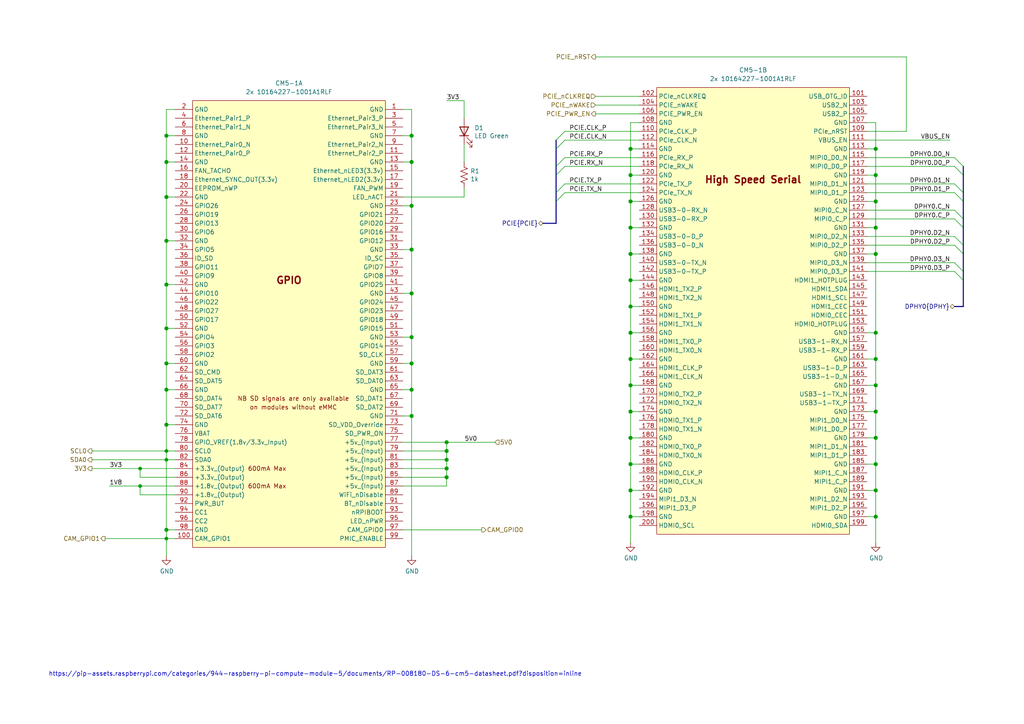
<source format=kicad_sch>
(kicad_sch (version 20250114) (generator "eeschema") (generator_version "9.0")
  (paper "A4")
  (lib_symbols
    (symbol "library:CM5"
      (property "Reference" "CM5-" (at 0 69.85 0))
      (property "Value" "2x 10164227-1001A1RLF" (at 0 67.31 0))
      (symbol "CM5_1_1"
        (rectangle (start -27.94 64.77) (end 27.94 -64.77) (fill (type color) (color 255 255 194 1)))
        (text "600mA Max" (at -6.35 -41.91 0) (effects (font (size 1.27 1.27))))
        (text "600mA Max" (at -6.35 -46.99 0) (effects (font (size 1.27 1.27))))
        (text "GPIO" (at 0 12.7 0) (effects (font (size 2.032 2.032) (thickness 0.4064) (bold yes))))
        (text "NB SD signals are only available" (at 1.27 -21.59 0) (effects (font (size 1.27 1.27))))
        (text "on modules without eMMC" (at 1.27 -24.13 0) (effects (font (size 1.27 1.27))))
        (pin power_in line (at -33.02 62.23 0) (length 5.08) (name "GND") (number "2"))
        (pin passive line (at -33.02 59.69 0) (length 5.08) (name "Ethernet_Pair1_P") (number "4"))
        (pin passive line (at -33.02 57.15 0) (length 5.08) (name "Ethernet_Pair1_N") (number "6"))
        (pin power_in line (at -33.02 54.61 0) (length 5.08) (name "GND") (number "8"))
        (pin passive line (at -33.02 52.07 0) (length 5.08) (name "Ethernet_Pair0_N") (number "10"))
        (pin passive line (at -33.02 49.53 0) (length 5.08) (name "Ethernet_Pair0_P") (number "12"))
        (pin power_in line (at -33.02 46.99 0) (length 5.08) (name "GND") (number "14"))
        (pin input line (at -33.02 44.45 0) (length 5.08) (name "FAN_TACHO") (number "16"))
        (pin input line (at -33.02 41.91 0) (length 5.08) (name "Ethernet_SYNC_OUT(3.3v)") (number "18"))
        (pin passive line (at -33.02 39.37 0) (length 5.08) (name "EEPROM_nWP") (number "20"))
        (pin power_in line (at -33.02 36.83 0) (length 5.08) (name "GND") (number "22"))
        (pin passive line (at -33.02 34.29 0) (length 5.08) (name "GPIO26") (number "24"))
        (pin passive line (at -33.02 31.75 0) (length 5.08) (name "GPIO19") (number "26"))
        (pin passive line (at -33.02 29.21 0) (length 5.08) (name "GPIO13") (number "28"))
        (pin passive line (at -33.02 26.67 0) (length 5.08) (name "GPIO6") (number "30"))
        (pin power_in line (at -33.02 24.13 0) (length 5.08) (name "GND") (number "32"))
        (pin passive line (at -33.02 21.59 0) (length 5.08) (name "GPIO5") (number "34"))
        (pin passive line (at -33.02 19.05 0) (length 5.08) (name "ID_SD") (number "36"))
        (pin passive line (at -33.02 16.51 0) (length 5.08) (name "GPIO11") (number "38"))
        (pin passive line (at -33.02 13.97 0) (length 5.08) (name "GPIO9") (number "40"))
        (pin power_in line (at -33.02 11.43 0) (length 5.08) (name "GND") (number "42"))
        (pin passive line (at -33.02 8.89 0) (length 5.08) (name "GPIO10") (number "44"))
        (pin passive line (at -33.02 6.35 0) (length 5.08) (name "GPIO22") (number "46"))
        (pin passive line (at -33.02 3.81 0) (length 5.08) (name "GPIO27") (number "48"))
        (pin passive line (at -33.02 1.27 0) (length 5.08) (name "GPIO17") (number "50"))
        (pin power_in line (at -33.02 -1.27 0) (length 5.08) (name "GND") (number "52"))
        (pin passive line (at -33.02 -3.81 0) (length 5.08) (name "GPIO4") (number "54"))
        (pin passive line (at -33.02 -6.35 0) (length 5.08) (name "GPIO3") (number "56"))
        (pin passive line (at -33.02 -8.89 0) (length 5.08) (name "GPIO2") (number "58"))
        (pin power_in line (at -33.02 -11.43 0) (length 5.08) (name "GND") (number "60"))
        (pin passive line (at -33.02 -13.97 0) (length 5.08) (name "SD_CMD") (number "62"))
        (pin passive line (at -33.02 -16.51 0) (length 5.08) (name "SD_DAT5") (number "64"))
        (pin power_in line (at -33.02 -19.05 0) (length 5.08) (name "GND") (number "66"))
        (pin passive line (at -33.02 -21.59 0) (length 5.08) (name "SD_DAT4") (number "68"))
        (pin passive line (at -33.02 -24.13 0) (length 5.08) (name "SD_DAT7") (number "70"))
        (pin passive line (at -33.02 -26.67 0) (length 5.08) (name "SD_DAT6") (number "72"))
        (pin power_in line (at -33.02 -29.21 0) (length 5.08) (name "GND") (number "74"))
        (pin passive line (at -33.02 -31.75 0) (length 5.08) (name "VBAT") (number "76"))
        (pin power_in line (at -33.02 -34.29 0) (length 5.08) (name "GPIO_VREF(1.8v/3.3v_Input)") (number "78"))
        (pin passive line (at -33.02 -36.83 0) (length 5.08) (name "SCL0") (number "80"))
        (pin passive line (at -33.02 -39.37 0) (length 5.08) (name "SDA0") (number "82"))
        (pin power_out line (at -33.02 -41.91 0) (length 5.08) (name "+3.3v_(Output)") (number "84"))
        (pin passive line (at -33.02 -44.45 0) (length 5.08) (name "+3.3v_(Output)") (number "86"))
        (pin power_out line (at -33.02 -46.99 0) (length 5.08) (name "+1.8v_(Output)") (number "88"))
        (pin passive line (at -33.02 -49.53 0) (length 5.08) (name "+1.8v_(Output)") (number "90"))
        (pin passive line (at -33.02 -52.07 0) (length 5.08) (name "PWR_BUT") (number "92"))
        (pin passive line (at -33.02 -54.61 0) (length 5.08) (name "CC1") (number "94"))
        (pin passive line (at -33.02 -57.15 0) (length 5.08) (name "CC2") (number "96"))
        (pin power_in line (at -33.02 -59.69 0) (length 5.08) (name "GND") (number "98"))
        (pin passive line (at -33.02 -62.23 0) (length 5.08) (name "CAM_GPIO1") (number "100"))
        (pin power_in line (at 33.02 62.23 180) (length 5.08) (name "GND") (number "1"))
        (pin passive line (at 33.02 59.69 180) (length 5.08) (name "Ethernet_Pair3_P") (number "3"))
        (pin passive line (at 33.02 57.15 180) (length 5.08) (name "Ethernet_Pair3_N") (number "5"))
        (pin power_in line (at 33.02 54.61 180) (length 5.08) (name "GND") (number "7"))
        (pin passive line (at 33.02 52.07 180) (length 5.08) (name "Ethernet_Pair2_N") (number "9"))
        (pin passive line (at 33.02 49.53 180) (length 5.08) (name "Ethernet_Pair2_P") (number "11"))
        (pin power_in line (at 33.02 46.99 180) (length 5.08) (name "GND") (number "13"))
        (pin output line (at 33.02 44.45 180) (length 5.08) (name "Ethernet_nLED3(3.3v)") (number "15"))
        (pin output line (at 33.02 41.91 180) (length 5.08) (name "Ethernet_nLED2(3.3v)") (number "17"))
        (pin output line (at 33.02 39.37 180) (length 5.08) (name "FAN_PWM") (number "19"))
        (pin open_collector line (at 33.02 36.83 180) (length 5.08) (name "LED_nACT") (number "21"))
        (pin power_in line (at 33.02 34.29 180) (length 5.08) (name "GND") (number "23"))
        (pin passive line (at 33.02 31.75 180) (length 5.08) (name "GPIO21") (number "25"))
        (pin passive line (at 33.02 29.21 180) (length 5.08) (name "GPIO20") (number "27"))
        (pin passive line (at 33.02 26.67 180) (length 5.08) (name "GPIO16") (number "29"))
        (pin passive line (at 33.02 24.13 180) (length 5.08) (name "GPIO12") (number "31"))
        (pin power_in line (at 33.02 21.59 180) (length 5.08) (name "GND") (number "33"))
        (pin passive line (at 33.02 19.05 180) (length 5.08) (name "ID_SC") (number "35"))
        (pin passive line (at 33.02 16.51 180) (length 5.08) (name "GPIO7") (number "37"))
        (pin passive line (at 33.02 13.97 180) (length 5.08) (name "GPIO8") (number "39"))
        (pin passive line (at 33.02 11.43 180) (length 5.08) (name "GPIO25") (number "41"))
        (pin power_in line (at 33.02 8.89 180) (length 5.08) (name "GND") (number "43"))
        (pin passive line (at 33.02 6.35 180) (length 5.08) (name "GPIO24") (number "45"))
        (pin passive line (at 33.02 3.81 180) (length 5.08) (name "GPIO23") (number "47"))
        (pin passive line (at 33.02 1.27 180) (length 5.08) (name "GPIO18") (number "49"))
        (pin passive line (at 33.02 -1.27 180) (length 5.08) (name "GPIO15") (number "51"))
        (pin power_in line (at 33.02 -3.81 180) (length 5.08) (name "GND") (number "53"))
        (pin passive line (at 33.02 -6.35 180) (length 5.08) (name "GPIO14") (number "55"))
        (pin passive line (at 33.02 -8.89 180) (length 5.08) (name "SD_CLK") (number "57"))
        (pin power_in line (at 33.02 -11.43 180) (length 5.08) (name "GND") (number "59"))
        (pin passive line (at 33.02 -13.97 180) (length 5.08) (name "SD_DAT3") (number "61"))
        (pin passive line (at 33.02 -16.51 180) (length 5.08) (name "SD_DAT0") (number "63"))
        (pin power_in line (at 33.02 -19.05 180) (length 5.08) (name "GND") (number "65"))
        (pin passive line (at 33.02 -21.59 180) (length 5.08) (name "SD_DAT1") (number "67"))
        (pin passive line (at 33.02 -24.13 180) (length 5.08) (name "SD_DAT2") (number "69"))
        (pin power_in line (at 33.02 -26.67 180) (length 5.08) (name "GND") (number "71"))
        (pin input line (at 33.02 -29.21 180) (length 5.08) (name "SD_VDD_Override") (number "73"))
        (pin output line (at 33.02 -31.75 180) (length 5.08) (name "SD_PWR_ON") (number "75"))
        (pin power_in line (at 33.02 -34.29 180) (length 5.08) (name "+5v_(Input)") (number "77"))
        (pin power_in line (at 33.02 -36.83 180) (length 5.08) (name "+5v_(Input)") (number "79"))
        (pin power_in line (at 33.02 -39.37 180) (length 5.08) (name "+5v_(Input)") (number "81"))
        (pin power_in line (at 33.02 -41.91 180) (length 5.08) (name "+5v_(Input)") (number "83"))
        (pin power_in line (at 33.02 -44.45 180) (length 5.08) (name "+5v_(Input)") (number "85"))
        (pin power_in line (at 33.02 -46.99 180) (length 5.08) (name "+5v_(Input)") (number "87"))
        (pin input line (at 33.02 -49.53 180) (length 5.08) (name "WiFi_nDisable") (number "89"))
        (pin input line (at 33.02 -52.07 180) (length 5.08) (name "BT_nDisable") (number "91"))
        (pin input line (at 33.02 -54.61 180) (length 5.08) (name "nRPIBOOT") (number "93"))
        (pin output line (at 33.02 -57.15 180) (length 5.08) (name "LED_nPWR") (number "95"))
        (pin passive line (at 33.02 -59.69 180) (length 5.08) (name "CAM_GPIO0") (number "97"))
        (pin input line (at 33.02 -62.23 180) (length 5.08) (name "PMIC_ENABLE") (number "99"))
      )
      (symbol "CM5_2_1"
        (rectangle (start -27.94 64.77) (end 27.94 -64.77) (fill (type color) (color 255 255 194 1)))
        (text "High Speed Serial" (at 0 38.1 0) (effects (font (size 2.032 2.032) (thickness 0.4064) (bold yes))))
        (pin input line (at -33.02 62.23 0) (length 5.08) (name "PCIe_nCLKREQ") (number "102"))
        (pin input line (at -33.02 59.69 0) (length 5.08) (name "PCIE_nWAKE") (number "104"))
        (pin output line (at -33.02 57.15 0) (length 5.08) (name "PCIE_PWR_EN") (number "106"))
        (pin power_in line (at -33.02 54.61 0) (length 5.08) (name "GND") (number "108"))
        (pin output line (at -33.02 52.07 0) (length 5.08) (name "PCIe_CLK_P") (number "110"))
        (pin output line (at -33.02 49.53 0) (length 5.08) (name "PCIe_CLK_N") (number "112"))
        (pin power_in line (at -33.02 46.99 0) (length 5.08) (name "GND") (number "114"))
        (pin input line (at -33.02 44.45 0) (length 5.08) (name "PCIe_RX_P") (number "116"))
        (pin input line (at -33.02 41.91 0) (length 5.08) (name "PCIe_RX_N") (number "118"))
        (pin power_in line (at -33.02 39.37 0) (length 5.08) (name "GND") (number "120"))
        (pin output line (at -33.02 36.83 0) (length 5.08) (name "PCIe_TX_P") (number "122"))
        (pin output line (at -33.02 34.29 0) (length 5.08) (name "PCIe_TX_N") (number "124"))
        (pin power_in line (at -33.02 31.75 0) (length 5.08) (name "GND") (number "126"))
        (pin input line (at -33.02 29.21 0) (length 5.08) (name "USB3-0-RX_N") (number "128"))
        (pin input line (at -33.02 26.67 0) (length 5.08) (name "USB3-0-RX_P") (number "130"))
        (pin power_in line (at -33.02 24.13 0) (length 5.08) (name "GND") (number "132"))
        (pin passive line (at -33.02 21.59 0) (length 5.08) (name "USB3-0-D_P") (number "134"))
        (pin passive line (at -33.02 19.05 0) (length 5.08) (name "USB3-0-D_N") (number "136"))
        (pin power_in line (at -33.02 16.51 0) (length 5.08) (name "GND") (number "138"))
        (pin output line (at -33.02 13.97 0) (length 5.08) (name "USB3-0-TX_N") (number "140"))
        (pin output line (at -33.02 11.43 0) (length 5.08) (name "USB3-0-TX_P") (number "142"))
        (pin power_in line (at -33.02 8.89 0) (length 5.08) (name "GND") (number "144"))
        (pin output line (at -33.02 6.35 0) (length 5.08) (name "HDMI1_TX2_P") (number "146"))
        (pin output line (at -33.02 3.81 0) (length 5.08) (name "HDMI1_TX2_N") (number "148"))
        (pin power_in line (at -33.02 1.27 0) (length 5.08) (name "GND") (number "150"))
        (pin output line (at -33.02 -1.27 0) (length 5.08) (name "HDMI1_TX1_P") (number "152"))
        (pin output line (at -33.02 -3.81 0) (length 5.08) (name "HDMI1_TX1_N") (number "154"))
        (pin power_in line (at -33.02 -6.35 0) (length 5.08) (name "GND") (number "156"))
        (pin output line (at -33.02 -8.89 0) (length 5.08) (name "HDMI1_TX0_P") (number "158"))
        (pin output line (at -33.02 -11.43 0) (length 5.08) (name "HDMI1_TX0_N") (number "160"))
        (pin power_in line (at -33.02 -13.97 0) (length 5.08) (name "GND") (number "162"))
        (pin output line (at -33.02 -16.51 0) (length 5.08) (name "HDMI1_CLK_P") (number "164"))
        (pin output line (at -33.02 -19.05 0) (length 5.08) (name "HDMI1_CLK_N") (number "166"))
        (pin power_in line (at -33.02 -21.59 0) (length 5.08) (name "GND") (number "168"))
        (pin output line (at -33.02 -24.13 0) (length 5.08) (name "HDMI0_TX2_P") (number "170"))
        (pin output line (at -33.02 -26.67 0) (length 5.08) (name "HDMI0_TX2_N") (number "172"))
        (pin power_in line (at -33.02 -29.21 0) (length 5.08) (name "GND") (number "174"))
        (pin output line (at -33.02 -31.75 0) (length 5.08) (name "HDMI0_TX1_P") (number "176"))
        (pin output line (at -33.02 -34.29 0) (length 5.08) (name "HDMI0_TX1_N") (number "178"))
        (pin power_in line (at -33.02 -36.83 0) (length 5.08) (name "GND") (number "180"))
        (pin output line (at -33.02 -39.37 0) (length 5.08) (name "HDMI0_TX0_P") (number "182"))
        (pin output line (at -33.02 -41.91 0) (length 5.08) (name "HDMI0_TX0_N") (number "184"))
        (pin power_in line (at -33.02 -44.45 0) (length 5.08) (name "GND") (number "186"))
        (pin output line (at -33.02 -46.99 0) (length 5.08) (name "HDMI0_CLK_P") (number "188"))
        (pin output line (at -33.02 -49.53 0) (length 5.08) (name "HDMI0_CLK_N") (number "190"))
        (pin power_in line (at -33.02 -52.07 0) (length 5.08) (name "GND") (number "192"))
        (pin output line (at -33.02 -54.61 0) (length 5.08) (name "MIPI1_D3_N") (number "194"))
        (pin output line (at -33.02 -57.15 0) (length 5.08) (name "MIPI1_D3_P") (number "196"))
        (pin power_in line (at -33.02 -59.69 0) (length 5.08) (name "GND") (number "198"))
        (pin open_collector line (at -33.02 -62.23 0) (length 5.08) (name "HDMI0_SCL") (number "200"))
        (pin input line (at 33.02 62.23 180) (length 5.08) (name "USB_OTG_ID") (number "101"))
        (pin passive line (at 33.02 59.69 180) (length 5.08) (name "USB2_N") (number "103"))
        (pin passive line (at 33.02 57.15 180) (length 5.08) (name "USB2_P") (number "105"))
        (pin power_in line (at 33.02 54.61 180) (length 5.08) (name "GND") (number "107"))
        (pin output line (at 33.02 52.07 180) (length 5.08) (name "PCIe_nRST") (number "109"))
        (pin output line (at 33.02 49.53 180) (length 5.08) (name "VBUS_EN") (number "111"))
        (pin power_in line (at 33.02 46.99 180) (length 5.08) (name "GND") (number "113"))
        (pin input line (at 33.02 44.45 180) (length 5.08) (name "MIPI0_D0_N") (number "115"))
        (pin input line (at 33.02 41.91 180) (length 5.08) (name "MIPI0_D0_P") (number "117"))
        (pin power_in line (at 33.02 39.37 180) (length 5.08) (name "GND") (number "119"))
        (pin input line (at 33.02 36.83 180) (length 5.08) (name "MIPI0_D1_N") (number "121"))
        (pin input line (at 33.02 34.29 180) (length 5.08) (name "MIPI0_D1_P") (number "123"))
        (pin power_in line (at 33.02 31.75 180) (length 5.08) (name "GND") (number "125"))
        (pin input line (at 33.02 29.21 180) (length 5.08) (name "MIPI0_C_N") (number "127"))
        (pin input line (at 33.02 26.67 180) (length 5.08) (name "MIPI0_C_P") (number "129"))
        (pin power_in line (at 33.02 24.13 180) (length 5.08) (name "GND") (number "131"))
        (pin input line (at 33.02 21.59 180) (length 5.08) (name "MIPI0_D2_N") (number "133"))
        (pin input line (at 33.02 19.05 180) (length 5.08) (name "MIPI0_D2_P") (number "135"))
        (pin power_in line (at 33.02 16.51 180) (length 5.08) (name "GND") (number "137"))
        (pin input line (at 33.02 13.97 180) (length 5.08) (name "MIPI0_D3_N") (number "139"))
        (pin input line (at 33.02 11.43 180) (length 5.08) (name "MIPI0_D3_P") (number "141"))
        (pin input line (at 33.02 8.89 180) (length 5.08) (name "HDMI1_HOTPLUG") (number "143"))
        (pin bidirectional line (at 33.02 6.35 180) (length 5.08) (name "HDMI1_SDA") (number "145"))
        (pin open_collector line (at 33.02 3.81 180) (length 5.08) (name "HDMI1_SCL") (number "147"))
        (pin open_collector line (at 33.02 1.27 180) (length 5.08) (name "HDMI1_CEC") (number "149"))
        (pin open_collector line (at 33.02 -1.27 180) (length 5.08) (name "HDMI0_CEC") (number "151"))
        (pin input line (at 33.02 -3.81 180) (length 5.08) (name "HDMI0_HOTPLUG") (number "153"))
        (pin power_in line (at 33.02 -6.35 180) (length 5.08) (name "GND") (number "155"))
        (pin input line (at 33.02 -8.89 180) (length 5.08) (name "USB3-1-RX_N") (number "157"))
        (pin input line (at 33.02 -11.43 180) (length 5.08) (name "USB3-1-RX_P") (number "159"))
        (pin power_in line (at 33.02 -13.97 180) (length 5.08) (name "GND") (number "161"))
        (pin passive line (at 33.02 -16.51 180) (length 5.08) (name "USB3-1-D_P") (number "163"))
        (pin passive line (at 33.02 -19.05 180) (length 5.08) (name "USB3-1-D_N") (number "165"))
        (pin power_in line (at 33.02 -21.59 180) (length 5.08) (name "GND") (number "167"))
        (pin output line (at 33.02 -24.13 180) (length 5.08) (name "USB3-1-TX_N") (number "169"))
        (pin output line (at 33.02 -26.67 180) (length 5.08) (name "USB3-1-TX_P") (number "171"))
        (pin power_in line (at 33.02 -29.21 180) (length 5.08) (name "GND") (number "173"))
        (pin output line (at 33.02 -31.75 180) (length 5.08) (name "MIPI1_D0_N") (number "175"))
        (pin output line (at 33.02 -34.29 180) (length 5.08) (name "MIPI1_D0_P") (number "177"))
        (pin power_in line (at 33.02 -36.83 180) (length 5.08) (name "GND") (number "179"))
        (pin output line (at 33.02 -39.37 180) (length 5.08) (name "MIPI1_D1_N") (number "181"))
        (pin output line (at 33.02 -41.91 180) (length 5.08) (name "MIPI1_D1_P") (number "183"))
        (pin power_in line (at 33.02 -44.45 180) (length 5.08) (name "GND") (number "185"))
        (pin output line (at 33.02 -46.99 180) (length 5.08) (name "MIPI1_C_N") (number "187"))
        (pin output line (at 33.02 -49.53 180) (length 5.08) (name "MIPI1_C_P") (number "189"))
        (pin power_in line (at 33.02 -52.07 180) (length 5.08) (name "GND") (number "191"))
        (pin output line (at 33.02 -54.61 180) (length 5.08) (name "MIPI1_D2_N") (number "193"))
        (pin output line (at 33.02 -57.15 180) (length 5.08) (name "MIPI1_D2_P") (number "195"))
        (pin power_in line (at 33.02 -59.69 180) (length 5.08) (name "GND") (number "197"))
        (pin bidirectional line (at 33.02 -62.23 180) (length 5.08) (name "HDMI0_SDA") (number "199"))
      )
    )
    (symbol "library:GND" (power) (pin_numbers (hide yes)) (pin_names (offset 0) (hide yes))
      (property "Value" "GND" (at 0 -3.81 0))
      (symbol "GND_0_1"
        (polyline (pts (xy 0 0) (xy 0 -1.27) (xy 1.27 -1.27) (xy 0 -2.54) (xy -1.27 -1.27) (xy 0 -1.27)))
      )
      (symbol "GND_1_1"
        (pin power_in line (at 0 0 270) (length 0) (name "~") (number "1"))
      )
    )
    (symbol "library:LED" (pin_numbers (hide yes)) (pin_names (offset 1.016) (hide yes))
      (property "Reference" "D" (at 0 2.54 0))
      (property "Value" "LED" (at 0 -2.54 0))
      (symbol "LED_0_1"
        (polyline (pts (xy -3.048 -0.762) (xy -4.572 -2.286) (xy -3.81 -2.286) (xy -4.572 -2.286) (xy -4.572 -1.524)))
        (polyline (pts (xy -1.778 -0.762) (xy -3.302 -2.286) (xy -2.54 -2.286) (xy -3.302 -2.286) (xy -3.302 -1.524)))
        (polyline (pts (xy -1.27 0) (xy 1.27 0)))
        (polyline (pts (xy -1.27 -1.27) (xy -1.27 1.27)) (stroke (width 0.254)))
        (polyline (pts (xy 1.27 -1.27) (xy 1.27 1.27) (xy -1.27 0) (xy 1.27 -1.27)) (stroke (width 0.254)))
      )
      (symbol "LED_1_1"
        (pin passive line (at -3.81 0 0) (length 2.54) (name "K") (number "1"))
        (pin passive line (at 3.81 0 180) (length 2.54) (name "A") (number "2"))
      )
    )
    (symbol "library:R_US" (pin_numbers (hide yes)) (pin_names (offset 0))
      (property "Reference" "R" (at 2.54 0 90))
      (property "Value" "R_US" (at -2.54 0 90))
      (symbol "R_US_0_1"
        (polyline (pts (xy 0 2.286) (xy 0 2.54)))
        (polyline (pts (xy 0 2.286) (xy 1.016 1.905) (xy 0 1.524) (xy -1.016 1.143) (xy 0 0.762)))
        (polyline (pts (xy 0 0.762) (xy 1.016 0.381) (xy 0 0) (xy -1.016 -0.381) (xy 0 -0.762)))
        (polyline (pts (xy 0 -0.762) (xy 1.016 -1.143) (xy 0 -1.524) (xy -1.016 -1.905) (xy 0 -2.286)))
        (polyline (pts (xy 0 -2.286) (xy 0 -2.54)))
      )
      (symbol "R_US_1_1"
        (pin passive line (at 0 3.81 270) (length 1.27) (name "~") (number "1"))
        (pin passive line (at 0 -3.81 90) (length 1.27) (name "~") (number "2"))
      )
    )
  )
  (bus_alias "PCIE" (members "CLK_P" "CLK_N" "RX_P" "RX_N" "TX_P" "TX_N"))
  (text "https://pip-assets.raspberrypi.com/categories/944-raspberry-pi-compute-module-5/documents/RP-008180-DS-6-cm5-datasheet.pdf?disposition=inline" (at 91.44 195.58 0) (effects (font (size 1.27 1.27))))
  (junction (at 182.88 127) (diameter 1.016))
  (junction (at 119.38 97.79) (diameter 1.016))
  (junction (at 254 43.18) (diameter 1.016))
  (junction (at 182.88 50.8) (diameter 1.016))
  (junction (at 48.26 130.81))
  (junction (at 48.26 95.25) (diameter 1.016))
  (junction (at 48.26 156.21))
  (junction (at 48.26 46.99) (diameter 1.016))
  (junction (at 254 73.66) (diameter 1.016))
  (junction (at 182.88 66.04) (diameter 1.016))
  (junction (at 119.38 39.37) (diameter 1.016))
  (junction (at 48.26 57.15) (diameter 1.016))
  (junction (at 48.26 39.37) (diameter 1.016))
  (junction (at 182.88 88.9) (diameter 1.016))
  (junction (at 119.38 120.65) (diameter 1.016))
  (junction (at 182.88 43.18) (diameter 1.016))
  (junction (at 254 96.52) (diameter 1.016))
  (junction (at 119.38 85.09) (diameter 1.016))
  (junction (at 129.54 138.43) (diameter 1.016))
  (junction (at 119.38 59.69) (diameter 1.016))
  (junction (at 119.38 46.99) (diameter 1.016))
  (junction (at 40.64 135.89))
  (junction (at 182.88 58.42) (diameter 1.016))
  (junction (at 254 119.38) (diameter 1.016))
  (junction (at 182.88 149.86) (diameter 1.016))
  (junction (at 48.26 123.19) (diameter 1.016))
  (junction (at 119.38 72.39) (diameter 1.016))
  (junction (at 182.88 96.52) (diameter 1.016))
  (junction (at 254 149.86) (diameter 1.016))
  (junction (at 254 58.42) (diameter 1.016))
  (junction (at 48.26 105.41) (diameter 1.016))
  (junction (at 129.54 135.89) (diameter 1.016))
  (junction (at 182.88 142.24) (diameter 1.016))
  (junction (at 48.26 133.35))
  (junction (at 182.88 119.38) (diameter 1.016))
  (junction (at 254 50.8) (diameter 1.016))
  (junction (at 129.54 128.27) (diameter 1.016))
  (junction (at 48.26 69.85) (diameter 1.016))
  (junction (at 48.26 82.55) (diameter 1.016))
  (junction (at 182.88 73.66) (diameter 1.016))
  (junction (at 254 66.04) (diameter 1.016))
  (junction (at 182.88 134.62) (diameter 1.016))
  (junction (at 182.88 111.76) (diameter 1.016))
  (junction (at 254 127) (diameter 1.016))
  (junction (at 254 104.14) (diameter 1.016))
  (junction (at 254 111.76) (diameter 1.016))
  (junction (at 254 134.62) (diameter 1.016))
  (junction (at 182.88 104.14) (diameter 1.016))
  (junction (at 129.54 133.35) (diameter 1.016))
  (junction (at 48.26 153.67) (diameter 1.016))
  (junction (at 48.26 113.03) (diameter 1.016))
  (junction (at 129.54 130.81) (diameter 1.016))
  (junction (at 254 142.24) (diameter 1.016))
  (junction (at 40.64 140.97))
  (junction (at 119.38 113.03) (diameter 1.016))
  (junction (at 182.88 81.28) (diameter 1.016))
  (junction (at 119.38 105.41) (diameter 1.016))
  (bus_entry (at 279.4 73.66) (size -2.54 -2.54))
  (bus_entry (at 279.4 63.5) (size -2.54 -2.54))
  (bus_entry (at 279.4 71.12) (size -2.54 -2.54))
  (bus_entry (at 279.4 78.74) (size -2.54 -2.54))
  (bus_entry (at 279.4 48.26) (size -2.54 -2.54))
  (bus_entry (at 161.29 48.26) (size 2.54 -2.54))
  (bus_entry (at 161.29 58.42) (size 2.54 -2.54))
  (bus_entry (at 279.4 50.8) (size -2.54 -2.54))
  (bus_entry (at 279.4 66.04) (size -2.54 -2.54))
  (bus_entry (at 279.4 55.88) (size -2.54 -2.54))
  (bus_entry (at 161.29 43.18) (size 2.54 -2.54))
  (bus_entry (at 279.4 81.28) (size -2.54 -2.54))
  (bus_entry (at 161.29 55.88) (size 2.54 -2.54))
  (bus_entry (at 279.4 58.42) (size -2.54 -2.54))
  (bus_entry (at 161.29 40.64) (size 2.54 -2.54))
  (bus_entry (at 161.29 50.8) (size 2.54 -2.54))
  (wire (pts (xy 48.26 57.15) (xy 50.8 57.15)))
  (wire (pts (xy 251.46 149.86) (xy 254 149.86)))
  (wire (pts (xy 185.42 149.86) (xy 182.88 149.86)))
  (wire (pts (xy 134.62 57.15) (xy 134.62 54.61)))
  (wire (pts (xy 254 119.38) (xy 254 127)))
  (wire (pts (xy 116.84 72.39) (xy 119.38 72.39)))
  (bus (pts (xy 279.4 63.5) (xy 279.4 58.42)))
  (wire (pts (xy 185.42 45.72) (xy 163.83 45.72)))
  (wire (pts (xy 26.67 133.35) (xy 48.26 133.35)))
  (wire (pts (xy 48.26 57.15) (xy 48.26 69.85)))
  (wire (pts (xy 182.88 96.52) (xy 185.42 96.52)))
  (wire (pts (xy 134.62 29.21) (xy 134.62 34.29)))
  (wire (pts (xy 48.26 156.21) (xy 50.8 156.21)))
  (wire (pts (xy 116.84 130.81) (xy 129.54 130.81)))
  (wire (pts (xy 48.26 153.67) (xy 50.8 153.67)))
  (wire (pts (xy 48.26 95.25) (xy 48.26 105.41)))
  (wire (pts (xy 254 111.76) (xy 254 119.38)))
  (bus (pts (xy 279.4 88.9) (xy 276.86 88.9)))
  (bus (pts (xy 161.29 55.88) (xy 161.29 50.8)))
  (wire (pts (xy 182.88 50.8) (xy 185.42 50.8)))
  (wire (pts (xy 30.48 156.21) (xy 48.26 156.21)))
  (wire (pts (xy 254 35.56) (xy 251.46 35.56)))
  (wire (pts (xy 254 127) (xy 254 134.62)))
  (wire (pts (xy 48.26 82.55) (xy 50.8 82.55)))
  (wire (pts (xy 48.26 130.81) (xy 48.26 133.35)))
  (wire (pts (xy 185.42 35.56) (xy 182.88 35.56)))
  (wire (pts (xy 48.26 133.35) (xy 50.8 133.35)))
  (wire (pts (xy 251.46 119.38) (xy 254 119.38)))
  (wire (pts (xy 116.84 133.35) (xy 129.54 133.35)))
  (wire (pts (xy 119.38 46.99) (xy 119.38 59.69)))
  (wire (pts (xy 116.84 85.09) (xy 119.38 85.09)))
  (wire (pts (xy 48.26 31.75) (xy 50.8 31.75)))
  (wire (pts (xy 251.46 53.34) (xy 276.86 53.34)))
  (wire (pts (xy 251.46 60.96) (xy 276.86 60.96)))
  (wire (pts (xy 119.38 120.65) (xy 119.38 161.29)))
  (wire (pts (xy 185.42 48.26) (xy 163.83 48.26)))
  (wire (pts (xy 48.26 130.81) (xy 50.8 130.81)))
  (bus (pts (xy 279.4 50.8) (xy 279.4 48.26)))
  (wire (pts (xy 251.46 68.58) (xy 276.86 68.58)))
  (wire (pts (xy 182.88 134.62) (xy 185.42 134.62)))
  (bus (pts (xy 279.4 78.74) (xy 279.4 73.66)))
  (wire (pts (xy 31.75 140.97) (xy 40.64 140.97)))
  (wire (pts (xy 48.26 69.85) (xy 50.8 69.85)))
  (wire (pts (xy 48.26 113.03) (xy 50.8 113.03)))
  (bus (pts (xy 161.29 48.26) (xy 161.29 43.18)))
  (wire (pts (xy 48.26 46.99) (xy 48.26 57.15)))
  (wire (pts (xy 182.88 81.28) (xy 182.88 88.9)))
  (wire (pts (xy 254 58.42) (xy 254 50.8)))
  (wire (pts (xy 251.46 50.8) (xy 254 50.8)))
  (wire (pts (xy 182.88 111.76) (xy 185.42 111.76)))
  (bus (pts (xy 279.4 66.04) (xy 279.4 63.5)))
  (wire (pts (xy 182.88 127) (xy 185.42 127)))
  (wire (pts (xy 129.54 140.97) (xy 129.54 138.43)))
  (wire (pts (xy 116.84 120.65) (xy 119.38 120.65)))
  (wire (pts (xy 116.84 135.89) (xy 129.54 135.89)))
  (wire (pts (xy 172.72 30.48) (xy 185.42 30.48)))
  (wire (pts (xy 40.64 143.51) (xy 50.8 143.51)))
  (wire (pts (xy 129.54 29.21) (xy 134.62 29.21)))
  (wire (pts (xy 116.84 153.67) (xy 139.7 153.67)))
  (wire (pts (xy 119.38 31.75) (xy 116.84 31.75)))
  (wire (pts (xy 26.67 135.89) (xy 40.64 135.89)))
  (wire (pts (xy 185.42 142.24) (xy 182.88 142.24)))
  (wire (pts (xy 129.54 130.81) (xy 129.54 133.35)))
  (wire (pts (xy 116.84 138.43) (xy 129.54 138.43)))
  (wire (pts (xy 182.88 50.8) (xy 182.88 58.42)))
  (wire (pts (xy 40.64 138.43) (xy 40.64 135.89)))
  (wire (pts (xy 119.38 97.79) (xy 119.38 105.41)))
  (wire (pts (xy 182.88 104.14) (xy 185.42 104.14)))
  (wire (pts (xy 182.88 73.66) (xy 182.88 81.28)))
  (wire (pts (xy 251.46 73.66) (xy 254 73.66)))
  (bus (pts (xy 279.4 81.28) (xy 279.4 78.74)))
  (wire (pts (xy 182.88 119.38) (xy 185.42 119.38)))
  (wire (pts (xy 182.88 66.04) (xy 185.42 66.04)))
  (wire (pts (xy 182.88 66.04) (xy 182.88 73.66)))
  (wire (pts (xy 251.46 55.88) (xy 276.86 55.88)))
  (wire (pts (xy 116.84 140.97) (xy 129.54 140.97)))
  (wire (pts (xy 251.46 134.62) (xy 254 134.62)))
  (wire (pts (xy 251.46 76.2) (xy 276.86 76.2)))
  (wire (pts (xy 48.26 156.21) (xy 48.26 161.29)))
  (wire (pts (xy 163.83 40.64) (xy 185.42 40.64)))
  (wire (pts (xy 254 142.24) (xy 254 149.86)))
  (wire (pts (xy 251.46 66.04) (xy 254 66.04)))
  (wire (pts (xy 251.46 43.18) (xy 254 43.18)))
  (wire (pts (xy 182.88 142.24) (xy 182.88 149.86)))
  (wire (pts (xy 254 149.86) (xy 254 157.48)))
  (wire (pts (xy 182.88 43.18) (xy 182.88 50.8)))
  (bus (pts (xy 279.4 58.42) (xy 279.4 55.88)))
  (wire (pts (xy 182.88 43.18) (xy 185.42 43.18)))
  (wire (pts (xy 48.26 113.03) (xy 48.26 123.19)))
  (wire (pts (xy 48.26 31.75) (xy 48.26 39.37)))
  (wire (pts (xy 48.26 95.25) (xy 50.8 95.25)))
  (wire (pts (xy 254 73.66) (xy 254 96.52)))
  (wire (pts (xy 262.89 16.51) (xy 262.89 38.1)))
  (bus (pts (xy 279.4 71.12) (xy 279.4 66.04)))
  (wire (pts (xy 116.84 113.03) (xy 119.38 113.03)))
  (wire (pts (xy 48.26 82.55) (xy 48.26 95.25)))
  (wire (pts (xy 182.88 119.38) (xy 182.88 127)))
  (bus (pts (xy 161.29 64.77) (xy 157.48 64.77)))
  (wire (pts (xy 48.26 46.99) (xy 50.8 46.99)))
  (wire (pts (xy 251.46 96.52) (xy 254 96.52)))
  (wire (pts (xy 163.83 55.88) (xy 185.42 55.88)))
  (wire (pts (xy 251.46 40.64) (xy 275.59 40.64)))
  (wire (pts (xy 119.38 85.09) (xy 119.38 97.79)))
  (wire (pts (xy 251.46 127) (xy 254 127)))
  (wire (pts (xy 251.46 63.5) (xy 276.86 63.5)))
  (wire (pts (xy 26.67 130.81) (xy 48.26 130.81)))
  (wire (pts (xy 48.26 105.41) (xy 48.26 113.03)))
  (wire (pts (xy 251.46 104.14) (xy 254 104.14)))
  (wire (pts (xy 182.88 35.56) (xy 182.88 43.18)))
  (wire (pts (xy 254 73.66) (xy 254 66.04)))
  (bus (pts (xy 279.4 55.88) (xy 279.4 50.8)))
  (wire (pts (xy 48.26 39.37) (xy 50.8 39.37)))
  (wire (pts (xy 119.38 39.37) (xy 119.38 46.99)))
  (wire (pts (xy 182.88 104.14) (xy 182.88 111.76)))
  (wire (pts (xy 48.26 123.19) (xy 48.26 130.81)))
  (wire (pts (xy 48.26 153.67) (xy 48.26 156.21)))
  (wire (pts (xy 182.88 88.9) (xy 185.42 88.9)))
  (wire (pts (xy 251.46 58.42) (xy 254 58.42)))
  (wire (pts (xy 251.46 45.72) (xy 276.86 45.72)))
  (wire (pts (xy 251.46 78.74) (xy 276.86 78.74)))
  (wire (pts (xy 254 96.52) (xy 254 104.14)))
  (wire (pts (xy 116.84 128.27) (xy 129.54 128.27)))
  (wire (pts (xy 251.46 111.76) (xy 254 111.76)))
  (wire (pts (xy 48.26 69.85) (xy 48.26 82.55)))
  (wire (pts (xy 129.54 128.27) (xy 129.54 130.81)))
  (wire (pts (xy 116.84 46.99) (xy 119.38 46.99)))
  (wire (pts (xy 182.88 58.42) (xy 182.88 66.04)))
  (wire (pts (xy 163.83 53.34) (xy 185.42 53.34)))
  (wire (pts (xy 116.84 59.69) (xy 119.38 59.69)))
  (wire (pts (xy 172.72 33.02) (xy 185.42 33.02)))
  (wire (pts (xy 116.84 57.15) (xy 134.62 57.15)))
  (wire (pts (xy 182.88 58.42) (xy 185.42 58.42)))
  (wire (pts (xy 40.64 138.43) (xy 50.8 138.43)))
  (wire (pts (xy 172.72 27.94) (xy 185.42 27.94)))
  (wire (pts (xy 251.46 71.12) (xy 276.86 71.12)))
  (wire (pts (xy 48.26 123.19) (xy 50.8 123.19)))
  (wire (pts (xy 163.83 38.1) (xy 185.42 38.1)))
  (wire (pts (xy 40.64 140.97) (xy 50.8 140.97)))
  (bus (pts (xy 161.29 50.8) (xy 161.29 48.26)))
  (wire (pts (xy 48.26 105.41) (xy 50.8 105.41)))
  (wire (pts (xy 116.84 105.41) (xy 119.38 105.41)))
  (wire (pts (xy 48.26 133.35) (xy 48.26 153.67)))
  (wire (pts (xy 182.88 127) (xy 182.88 134.62)))
  (wire (pts (xy 116.84 39.37) (xy 119.38 39.37)))
  (wire (pts (xy 129.54 133.35) (xy 129.54 135.89)))
  (wire (pts (xy 119.38 105.41) (xy 119.38 113.03)))
  (wire (pts (xy 40.64 135.89) (xy 50.8 135.89)))
  (wire (pts (xy 129.54 128.27) (xy 143.51 128.27)))
  (bus (pts (xy 279.4 73.66) (xy 279.4 71.12)))
  (wire (pts (xy 48.26 39.37) (xy 48.26 46.99)))
  (bus (pts (xy 161.29 64.77) (xy 161.29 58.42)))
  (wire (pts (xy 262.89 16.51) (xy 172.72 16.51)))
  (wire (pts (xy 251.46 48.26) (xy 276.86 48.26)))
  (wire (pts (xy 254 104.14) (xy 254 111.76)))
  (wire (pts (xy 116.84 97.79) (xy 119.38 97.79)))
  (wire (pts (xy 119.38 59.69) (xy 119.38 72.39)))
  (wire (pts (xy 254 50.8) (xy 254 43.18)))
  (wire (pts (xy 254 134.62) (xy 254 142.24)))
  (bus (pts (xy 161.29 58.42) (xy 161.29 55.88)))
  (bus (pts (xy 161.29 43.18) (xy 161.29 40.64)))
  (wire (pts (xy 182.88 111.76) (xy 182.88 119.38)))
  (wire (pts (xy 262.89 38.1) (xy 251.46 38.1)))
  (wire (pts (xy 119.38 113.03) (xy 119.38 120.65)))
  (wire (pts (xy 182.88 134.62) (xy 182.88 142.24)))
  (wire (pts (xy 119.38 31.75) (xy 119.38 39.37)))
  (wire (pts (xy 129.54 135.89) (xy 129.54 138.43)))
  (wire (pts (xy 182.88 149.86) (xy 182.88 157.48)))
  (wire (pts (xy 134.62 41.91) (xy 134.62 46.99)))
  (wire (pts (xy 251.46 142.24) (xy 254 142.24)))
  (bus (pts (xy 279.4 88.9) (xy 279.4 81.28)))
  (wire (pts (xy 254 43.18) (xy 254 35.56)))
  (wire (pts (xy 182.88 96.52) (xy 182.88 104.14)))
  (wire (pts (xy 254 66.04) (xy 254 58.42)))
  (wire (pts (xy 182.88 88.9) (xy 182.88 96.52)))
  (wire (pts (xy 182.88 73.66) (xy 185.42 73.66)))
  (wire (pts (xy 182.88 81.28) (xy 185.42 81.28)))
  (wire (pts (xy 40.64 143.51) (xy 40.64 140.97)))
  (wire (pts (xy 119.38 72.39) (xy 119.38 85.09)))
  (label "DPHY0.D1_N" (at 275.59 53.34 180))
  (label "DPHY0.D0_P" (at 275.59 48.26 180))
  (label "DPHY0.D0_N" (at 275.59 45.72 180))
  (label "3V3" (at 129.54 29.21 0))
  (label "PCIE.TX_N" (at 165.1 55.88 0))
  (label "DPHY0.D3_N" (at 275.59 76.2 180))
  (label "DPHY0.C_P" (at 275.59 63.5 180))
  (label "3V3" (at 31.75 135.89 0))
  (label "DPHY0.D2_P" (at 275.59 71.12 180))
  (label "PCIE.RX_N" (at 165.1 48.26 0))
  (label "PCIE.CLK_N" (at 165.1 40.64 0))
  (label "PCIE.CLK_P" (at 165.1 38.1 0))
  (label "DPHY0.C_N" (at 275.59 60.96 180))
  (label "5V0" (at 138.43 128.27 180))
  (label "DPHY0.D2_N" (at 275.59 68.58 180))
  (label "PCIE.TX_P" (at 165.1 53.34 0))
  (label "PCIE.RX_P" (at 165.1 45.72 0))
  (label "1V8" (at 31.75 140.97 0))
  (label "VBUS_EN" (at 275.59 40.64 180))
  (label "DPHY0.D3_P" (at 275.59 78.74 180))
  (label "DPHY0.D1_P" (at 275.59 55.88 180))
  (hierarchical_label "CAM_GPIO1" (shape output) (at 30.48 156.21 180))
  (hierarchical_label "CAM_GPIO0" (shape output) (at 139.7 153.67 0))
  (hierarchical_label "3V3" (shape output) (at 26.67 135.89 180))
  (hierarchical_label "DPHY0{DPHY}" (shape bidirectional) (at 276.86 88.9 180))
  (hierarchical_label "PCIE_nCLKREQ" (shape input) (at 172.72 27.94 180))
  (hierarchical_label "PCIE_PWR_EN" (shape output) (at 172.72 33.02 180))
  (hierarchical_label "PCIE{PCIE}" (shape bidirectional) (at 157.48 64.77 180))
  (hierarchical_label "5V0" (shape input) (at 143.51 128.27 0))
  (hierarchical_label "PCIE_nWAKE" (shape input) (at 172.72 30.48 180))
  (hierarchical_label "PCIE_nRST" (shape output) (at 172.72 16.51 180))
  (hierarchical_label "SCL0" (shape output) (at 26.67 130.81 180))
  (hierarchical_label "SDA0" (shape output) (at 26.67 133.35 180))
  (symbol (lib_id "library:GND") (at 254 157.48 0) (unit 1)
    (property "Reference" "#PWR0102" (effects (hide yes)))
    (property "Value" "GND" (at 254.127 161.8742 0))
    (property "Description" "Power symbol creates a global label with name \"GND\" , ground" (effects (hide yes)))
  )
  (symbol (lib_id "library:GND") (at 182.88 157.48 0) (unit 1)
    (property "Reference" "#PWR0101" (effects (hide yes)))
    (property "Value" "GND" (at 183.007 161.8742 0))
    (property "Description" "Power symbol creates a global label with name \"GND\" , ground" (effects (hide yes)))
  )
  (symbol (lib_id "library:LED") (at 134.62 38.1 90) (unit 1)
    (property "Reference" "D1" (at 137.5918 37.1094 90) (effects (justify right)))
    (property "Value" "LED Green" (at 137.5918 39.4208 90) (effects (justify right)))
    (property "Footprint" "LED_SMD:LED_0603_1608Metric" (effects (hide yes)))
    (property "Datasheet" "http://optoelectronics.liteon.com/upload/download/DS22-2000-226/LTST-S270KGKT.pdf" (effects (hide yes)))
    (property "Field4" "Digikey " (effects (hide yes)))
    (property "Field5" "LTST-S270KGKT" (effects (hide yes)))
    (property "Field6" "SML-A12M8TT86N" (effects (hide yes)))
    (property "Field7" "Rohm" (effects (hide yes)))
    (property "Field8" "650263301" (effects (hide yes)))
    (property "Part Description" "	Green 572nm LED Indication - Discrete 2.2V 2-SMD, No Lead" (effects (hide yes)))
  )
  (symbol (lib_id "library:R_US") (at 134.62 50.8 0) (unit 1)
    (property "Reference" "R1" (at 136.398 49.6316 0) (effects (justify left)))
    (property "Value" "1k" (at 136.398 51.943 0) (effects (justify left)))
    (property "Footprint" "Resistor_SMD:R_0402_1005Metric" (effects (hide yes)))
    (property "Datasheet" "https://fscdn.rohm.com/en/products/databook/datasheet/passive/resistor/chip_resistor/mcr-e.pdf" (effects (hide yes)))
    (property "Field4" "Farnell" (effects (hide yes)))
    (property "Field5" "9239235" (effects (hide yes)))
    (property "Field7" "KOA EUROPE GMBH" (effects (hide yes)))
    (property "Field6" "RK73H1ETTP1001F" (effects (hide yes)))
    (property "Part Description" "Resistor 1K M1005 1% 63mW" (effects (hide yes)))
    (property "Field8" "125049511" (effects (hide yes)))
  )
  (symbol (lib_id "library:CM5") (at 83.82 93.98 0) (unit 1)
    (property "Reference" "CM5-1" (at 83.82 24.13 0))
    (property "Value" "2x 10164227-1001A1RLF" (at 83.82 26.67 0))
    (property "Footprint" "library:RPi-CM5" (effects (hide yes)))
    (property "Datasheet" "https://pip-assets.raspberrypi.com/categories/944-raspberry-pi-compute-module-5/documents/RP-008180-DS-6-cm5-datasheet.pdf?disposition=inline" (effects (hide yes)))
  )
  (symbol (lib_id "library:GND") (at 119.38 161.29 0) (unit 1)
    (property "Reference" "#PWR01" (effects (hide yes)))
    (property "Value" "GND" (at 119.507 165.6842 0))
    (property "Description" "Power symbol creates a global label with name \"GND\" , ground" (effects (hide yes)))
  )
  (symbol (lib_id "library:CM5") (at 218.44 90.17 0) (unit 2)
    (property "Reference" "CM5-1" (at 218.44 20.32 0))
    (property "Value" "2x 10164227-1001A1RLF" (at 218.44 22.86 0))
    (property "Footprint" "library:RPi-CM5" (effects (hide yes)))
    (property "Datasheet" "https://pip-assets.raspberrypi.com/categories/944-raspberry-pi-compute-module-5/documents/RP-008180-DS-6-cm5-datasheet.pdf?disposition=inline" (effects (hide yes)))
  )
  (symbol (lib_id "library:GND") (at 48.26 161.29 0) (unit 1)
    (property "Reference" "#PWR02" (effects (hide yes)))
    (property "Value" "GND" (at 48.387 165.6842 0))
    (property "Description" "Power symbol creates a global label with name \"GND\" , ground" (effects (hide yes)))
  )
)
</source>
